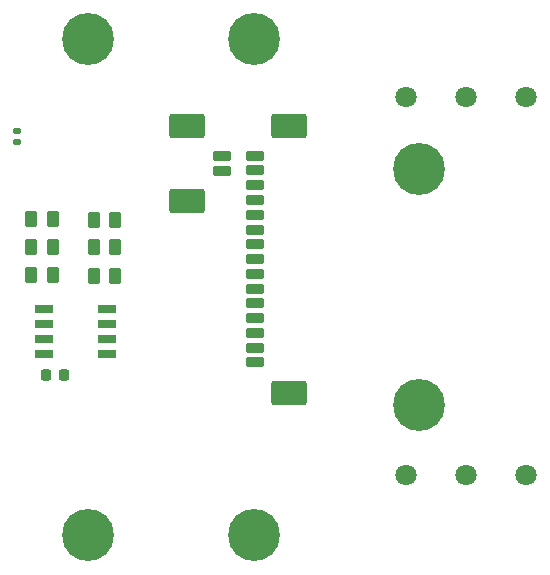
<source format=gts>
%TF.GenerationSoftware,KiCad,Pcbnew,7.0.10-7.0.10~ubuntu22.04.1*%
%TF.CreationDate,2024-06-11T12:21:51+02:00*%
%TF.ProjectId,PQ_BotBoard,50515f42-6f74-4426-9f61-72642e6b6963,rev?*%
%TF.SameCoordinates,Original*%
%TF.FileFunction,Soldermask,Top*%
%TF.FilePolarity,Negative*%
%FSLAX46Y46*%
G04 Gerber Fmt 4.6, Leading zero omitted, Abs format (unit mm)*
G04 Created by KiCad (PCBNEW 7.0.10-7.0.10~ubuntu22.04.1) date 2024-06-11 12:21:51*
%MOMM*%
%LPD*%
G01*
G04 APERTURE LIST*
G04 Aperture macros list*
%AMRoundRect*
0 Rectangle with rounded corners*
0 $1 Rounding radius*
0 $2 $3 $4 $5 $6 $7 $8 $9 X,Y pos of 4 corners*
0 Add a 4 corners polygon primitive as box body*
4,1,4,$2,$3,$4,$5,$6,$7,$8,$9,$2,$3,0*
0 Add four circle primitives for the rounded corners*
1,1,$1+$1,$2,$3*
1,1,$1+$1,$4,$5*
1,1,$1+$1,$6,$7*
1,1,$1+$1,$8,$9*
0 Add four rect primitives between the rounded corners*
20,1,$1+$1,$2,$3,$4,$5,0*
20,1,$1+$1,$4,$5,$6,$7,0*
20,1,$1+$1,$6,$7,$8,$9,0*
20,1,$1+$1,$8,$9,$2,$3,0*%
G04 Aperture macros list end*
%ADD10C,4.400000*%
%ADD11RoundRect,0.250000X0.262500X0.450000X-0.262500X0.450000X-0.262500X-0.450000X0.262500X-0.450000X0*%
%ADD12RoundRect,0.147500X0.172500X-0.147500X0.172500X0.147500X-0.172500X0.147500X-0.172500X-0.147500X0*%
%ADD13R,1.550000X0.700000*%
%ADD14RoundRect,0.250000X-0.262500X-0.450000X0.262500X-0.450000X0.262500X0.450000X-0.262500X0.450000X0*%
%ADD15RoundRect,0.225000X-0.225000X-0.250000X0.225000X-0.250000X0.225000X0.250000X-0.225000X0.250000X0*%
%ADD16RoundRect,0.200000X-0.600000X0.200000X-0.600000X-0.200000X0.600000X-0.200000X0.600000X0.200000X0*%
%ADD17RoundRect,0.250001X-1.249999X0.799999X-1.249999X-0.799999X1.249999X-0.799999X1.249999X0.799999X0*%
%ADD18RoundRect,0.200000X0.600000X-0.200000X0.600000X0.200000X-0.600000X0.200000X-0.600000X-0.200000X0*%
%ADD19RoundRect,0.250001X1.249999X-0.799999X1.249999X0.799999X-1.249999X0.799999X-1.249999X-0.799999X0*%
%ADD20C,1.800000*%
G04 APERTURE END LIST*
D10*
%TO.C,H4*%
X123000000Y-47000000D03*
%TD*%
D11*
%TO.C,VA1*%
X91993500Y-53577000D03*
X90168500Y-53577000D03*
%TD*%
D12*
%TO.C,D2*%
X88950800Y-44708700D03*
X88950800Y-43738700D03*
%TD*%
D13*
%TO.C,IC1*%
X96613000Y-62688000D03*
X96613000Y-61418000D03*
X96613000Y-60148000D03*
X96613000Y-58878000D03*
X91213000Y-58878000D03*
X91213000Y-60148000D03*
X91213000Y-61418000D03*
X91213000Y-62688000D03*
%TD*%
D14*
%TO.C,GA2*%
X95469500Y-51276000D03*
X97294500Y-51276000D03*
%TD*%
%TO.C,GA0*%
X95469500Y-56028000D03*
X97294500Y-56028000D03*
%TD*%
D10*
%TO.C,H1*%
X95000000Y-78000000D03*
%TD*%
D11*
%TO.C,VA0*%
X91993500Y-55928000D03*
X90168500Y-55928000D03*
%TD*%
D10*
%TO.C,H6*%
X95000000Y-36000000D03*
%TD*%
D14*
%TO.C,GA1*%
X95469500Y-53627000D03*
X97294500Y-53627000D03*
%TD*%
D15*
%TO.C,C1*%
X91385000Y-64389000D03*
X92935000Y-64389000D03*
%TD*%
D10*
%TO.C,H3*%
X123000000Y-67000000D03*
%TD*%
%TO.C,H2*%
X109000000Y-78000000D03*
%TD*%
D16*
%TO.C,J3*%
X106286000Y-45907800D03*
X106286000Y-47157800D03*
D17*
X103386000Y-43357800D03*
X103386000Y-49707800D03*
%TD*%
D10*
%TO.C,H5*%
X109000000Y-36000000D03*
%TD*%
D11*
%TO.C,VA2*%
X91993500Y-51226000D03*
X90168500Y-51226000D03*
%TD*%
D18*
%TO.C,J1*%
X109106000Y-63360000D03*
X109106000Y-62110000D03*
X109106000Y-60860000D03*
X109106000Y-59610000D03*
X109106000Y-58360000D03*
X109106000Y-57110000D03*
X109106000Y-55860000D03*
X109106000Y-54610000D03*
X109106000Y-53360000D03*
X109106000Y-52110000D03*
X109106000Y-50860000D03*
X109106000Y-49610000D03*
X109106000Y-48360000D03*
X109106000Y-47110000D03*
X109106000Y-45860000D03*
D19*
X112006000Y-65910000D03*
X112006000Y-43310000D03*
%TD*%
D20*
%TO.C,KS2*%
X121920000Y-72899600D03*
X127000000Y-72899600D03*
X132080000Y-72899600D03*
%TD*%
%TO.C,KS1*%
X121920000Y-40894000D03*
X127000000Y-40894000D03*
X132080000Y-40894000D03*
%TD*%
M02*

</source>
